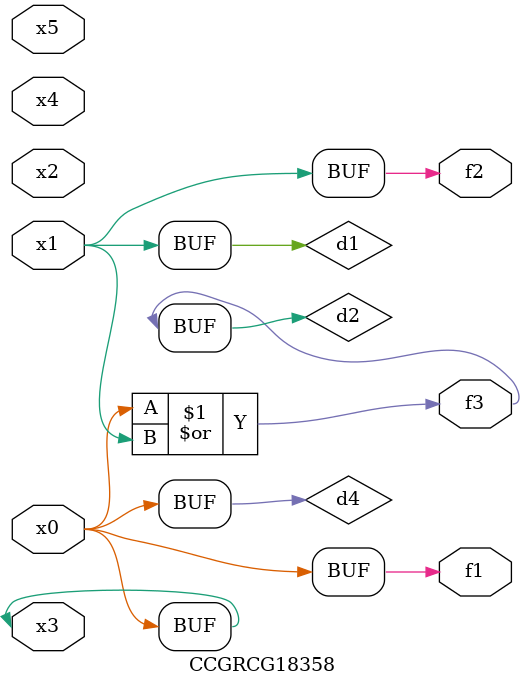
<source format=v>
module CCGRCG18358(
	input x0, x1, x2, x3, x4, x5,
	output f1, f2, f3
);

	wire d1, d2, d3, d4;

	and (d1, x1);
	or (d2, x0, x1);
	nand (d3, x0, x5);
	buf (d4, x0, x3);
	assign f1 = d4;
	assign f2 = d1;
	assign f3 = d2;
endmodule

</source>
